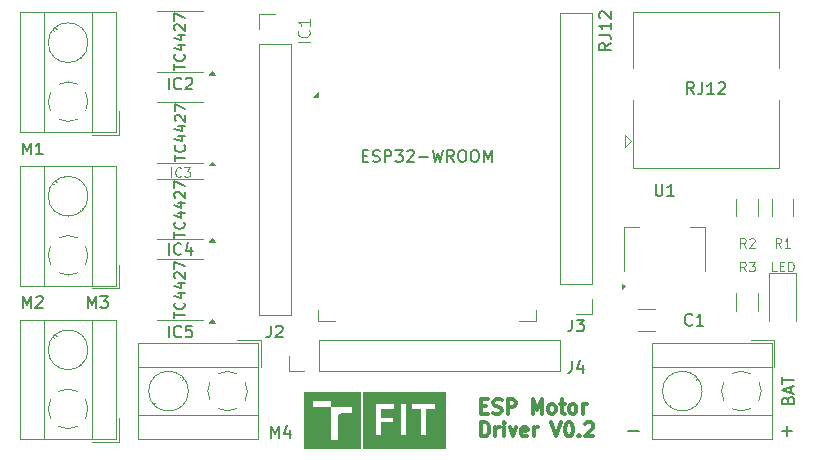
<source format=gbr>
%TF.GenerationSoftware,KiCad,Pcbnew,8.0.1*%
%TF.CreationDate,2024-04-27T05:15:47+02:00*%
%TF.ProjectId,driver_v2,64726976-6572-45f7-9632-2e6b69636164,rev?*%
%TF.SameCoordinates,Original*%
%TF.FileFunction,Legend,Top*%
%TF.FilePolarity,Positive*%
%FSLAX46Y46*%
G04 Gerber Fmt 4.6, Leading zero omitted, Abs format (unit mm)*
G04 Created by KiCad (PCBNEW 8.0.1) date 2024-04-27 05:15:47*
%MOMM*%
%LPD*%
G01*
G04 APERTURE LIST*
%ADD10C,0.300000*%
%ADD11C,0.200000*%
%ADD12C,0.150000*%
%ADD13C,0.100000*%
%ADD14C,0.120000*%
%ADD15C,0.130000*%
%ADD16C,0.000000*%
G04 APERTURE END LIST*
D10*
X145483082Y-92777038D02*
X145883082Y-92777038D01*
X146054510Y-93405609D02*
X145483082Y-93405609D01*
X145483082Y-93405609D02*
X145483082Y-92205609D01*
X145483082Y-92205609D02*
X146054510Y-92205609D01*
X146511653Y-93348467D02*
X146683082Y-93405609D01*
X146683082Y-93405609D02*
X146968796Y-93405609D01*
X146968796Y-93405609D02*
X147083082Y-93348467D01*
X147083082Y-93348467D02*
X147140224Y-93291324D01*
X147140224Y-93291324D02*
X147197367Y-93177038D01*
X147197367Y-93177038D02*
X147197367Y-93062752D01*
X147197367Y-93062752D02*
X147140224Y-92948467D01*
X147140224Y-92948467D02*
X147083082Y-92891324D01*
X147083082Y-92891324D02*
X146968796Y-92834181D01*
X146968796Y-92834181D02*
X146740224Y-92777038D01*
X146740224Y-92777038D02*
X146625939Y-92719895D01*
X146625939Y-92719895D02*
X146568796Y-92662752D01*
X146568796Y-92662752D02*
X146511653Y-92548467D01*
X146511653Y-92548467D02*
X146511653Y-92434181D01*
X146511653Y-92434181D02*
X146568796Y-92319895D01*
X146568796Y-92319895D02*
X146625939Y-92262752D01*
X146625939Y-92262752D02*
X146740224Y-92205609D01*
X146740224Y-92205609D02*
X147025939Y-92205609D01*
X147025939Y-92205609D02*
X147197367Y-92262752D01*
X147711653Y-93405609D02*
X147711653Y-92205609D01*
X147711653Y-92205609D02*
X148168796Y-92205609D01*
X148168796Y-92205609D02*
X148283081Y-92262752D01*
X148283081Y-92262752D02*
X148340224Y-92319895D01*
X148340224Y-92319895D02*
X148397367Y-92434181D01*
X148397367Y-92434181D02*
X148397367Y-92605609D01*
X148397367Y-92605609D02*
X148340224Y-92719895D01*
X148340224Y-92719895D02*
X148283081Y-92777038D01*
X148283081Y-92777038D02*
X148168796Y-92834181D01*
X148168796Y-92834181D02*
X147711653Y-92834181D01*
X149825939Y-93405609D02*
X149825939Y-92205609D01*
X149825939Y-92205609D02*
X150225939Y-93062752D01*
X150225939Y-93062752D02*
X150625939Y-92205609D01*
X150625939Y-92205609D02*
X150625939Y-93405609D01*
X151368796Y-93405609D02*
X151254511Y-93348467D01*
X151254511Y-93348467D02*
X151197368Y-93291324D01*
X151197368Y-93291324D02*
X151140225Y-93177038D01*
X151140225Y-93177038D02*
X151140225Y-92834181D01*
X151140225Y-92834181D02*
X151197368Y-92719895D01*
X151197368Y-92719895D02*
X151254511Y-92662752D01*
X151254511Y-92662752D02*
X151368796Y-92605609D01*
X151368796Y-92605609D02*
X151540225Y-92605609D01*
X151540225Y-92605609D02*
X151654511Y-92662752D01*
X151654511Y-92662752D02*
X151711654Y-92719895D01*
X151711654Y-92719895D02*
X151768796Y-92834181D01*
X151768796Y-92834181D02*
X151768796Y-93177038D01*
X151768796Y-93177038D02*
X151711654Y-93291324D01*
X151711654Y-93291324D02*
X151654511Y-93348467D01*
X151654511Y-93348467D02*
X151540225Y-93405609D01*
X151540225Y-93405609D02*
X151368796Y-93405609D01*
X152111653Y-92605609D02*
X152568796Y-92605609D01*
X152283082Y-92205609D02*
X152283082Y-93234181D01*
X152283082Y-93234181D02*
X152340225Y-93348467D01*
X152340225Y-93348467D02*
X152454510Y-93405609D01*
X152454510Y-93405609D02*
X152568796Y-93405609D01*
X153140224Y-93405609D02*
X153025939Y-93348467D01*
X153025939Y-93348467D02*
X152968796Y-93291324D01*
X152968796Y-93291324D02*
X152911653Y-93177038D01*
X152911653Y-93177038D02*
X152911653Y-92834181D01*
X152911653Y-92834181D02*
X152968796Y-92719895D01*
X152968796Y-92719895D02*
X153025939Y-92662752D01*
X153025939Y-92662752D02*
X153140224Y-92605609D01*
X153140224Y-92605609D02*
X153311653Y-92605609D01*
X153311653Y-92605609D02*
X153425939Y-92662752D01*
X153425939Y-92662752D02*
X153483082Y-92719895D01*
X153483082Y-92719895D02*
X153540224Y-92834181D01*
X153540224Y-92834181D02*
X153540224Y-93177038D01*
X153540224Y-93177038D02*
X153483082Y-93291324D01*
X153483082Y-93291324D02*
X153425939Y-93348467D01*
X153425939Y-93348467D02*
X153311653Y-93405609D01*
X153311653Y-93405609D02*
X153140224Y-93405609D01*
X154054510Y-93405609D02*
X154054510Y-92605609D01*
X154054510Y-92834181D02*
X154111653Y-92719895D01*
X154111653Y-92719895D02*
X154168796Y-92662752D01*
X154168796Y-92662752D02*
X154283081Y-92605609D01*
X154283081Y-92605609D02*
X154397367Y-92605609D01*
X145483082Y-95337542D02*
X145483082Y-94137542D01*
X145483082Y-94137542D02*
X145768796Y-94137542D01*
X145768796Y-94137542D02*
X145940225Y-94194685D01*
X145940225Y-94194685D02*
X146054510Y-94308971D01*
X146054510Y-94308971D02*
X146111653Y-94423257D01*
X146111653Y-94423257D02*
X146168796Y-94651828D01*
X146168796Y-94651828D02*
X146168796Y-94823257D01*
X146168796Y-94823257D02*
X146111653Y-95051828D01*
X146111653Y-95051828D02*
X146054510Y-95166114D01*
X146054510Y-95166114D02*
X145940225Y-95280400D01*
X145940225Y-95280400D02*
X145768796Y-95337542D01*
X145768796Y-95337542D02*
X145483082Y-95337542D01*
X146683082Y-95337542D02*
X146683082Y-94537542D01*
X146683082Y-94766114D02*
X146740225Y-94651828D01*
X146740225Y-94651828D02*
X146797368Y-94594685D01*
X146797368Y-94594685D02*
X146911653Y-94537542D01*
X146911653Y-94537542D02*
X147025939Y-94537542D01*
X147425939Y-95337542D02*
X147425939Y-94537542D01*
X147425939Y-94137542D02*
X147368796Y-94194685D01*
X147368796Y-94194685D02*
X147425939Y-94251828D01*
X147425939Y-94251828D02*
X147483082Y-94194685D01*
X147483082Y-94194685D02*
X147425939Y-94137542D01*
X147425939Y-94137542D02*
X147425939Y-94251828D01*
X147883082Y-94537542D02*
X148168796Y-95337542D01*
X148168796Y-95337542D02*
X148454511Y-94537542D01*
X149368797Y-95280400D02*
X149254511Y-95337542D01*
X149254511Y-95337542D02*
X149025940Y-95337542D01*
X149025940Y-95337542D02*
X148911654Y-95280400D01*
X148911654Y-95280400D02*
X148854511Y-95166114D01*
X148854511Y-95166114D02*
X148854511Y-94708971D01*
X148854511Y-94708971D02*
X148911654Y-94594685D01*
X148911654Y-94594685D02*
X149025940Y-94537542D01*
X149025940Y-94537542D02*
X149254511Y-94537542D01*
X149254511Y-94537542D02*
X149368797Y-94594685D01*
X149368797Y-94594685D02*
X149425940Y-94708971D01*
X149425940Y-94708971D02*
X149425940Y-94823257D01*
X149425940Y-94823257D02*
X148854511Y-94937542D01*
X149940225Y-95337542D02*
X149940225Y-94537542D01*
X149940225Y-94766114D02*
X149997368Y-94651828D01*
X149997368Y-94651828D02*
X150054511Y-94594685D01*
X150054511Y-94594685D02*
X150168796Y-94537542D01*
X150168796Y-94537542D02*
X150283082Y-94537542D01*
X151425939Y-94137542D02*
X151825939Y-95337542D01*
X151825939Y-95337542D02*
X152225939Y-94137542D01*
X152854510Y-94137542D02*
X152968796Y-94137542D01*
X152968796Y-94137542D02*
X153083082Y-94194685D01*
X153083082Y-94194685D02*
X153140225Y-94251828D01*
X153140225Y-94251828D02*
X153197367Y-94366114D01*
X153197367Y-94366114D02*
X153254510Y-94594685D01*
X153254510Y-94594685D02*
X153254510Y-94880400D01*
X153254510Y-94880400D02*
X153197367Y-95108971D01*
X153197367Y-95108971D02*
X153140225Y-95223257D01*
X153140225Y-95223257D02*
X153083082Y-95280400D01*
X153083082Y-95280400D02*
X152968796Y-95337542D01*
X152968796Y-95337542D02*
X152854510Y-95337542D01*
X152854510Y-95337542D02*
X152740225Y-95280400D01*
X152740225Y-95280400D02*
X152683082Y-95223257D01*
X152683082Y-95223257D02*
X152625939Y-95108971D01*
X152625939Y-95108971D02*
X152568796Y-94880400D01*
X152568796Y-94880400D02*
X152568796Y-94594685D01*
X152568796Y-94594685D02*
X152625939Y-94366114D01*
X152625939Y-94366114D02*
X152683082Y-94251828D01*
X152683082Y-94251828D02*
X152740225Y-94194685D01*
X152740225Y-94194685D02*
X152854510Y-94137542D01*
X153768796Y-95223257D02*
X153825939Y-95280400D01*
X153825939Y-95280400D02*
X153768796Y-95337542D01*
X153768796Y-95337542D02*
X153711653Y-95280400D01*
X153711653Y-95280400D02*
X153768796Y-95223257D01*
X153768796Y-95223257D02*
X153768796Y-95337542D01*
X154283082Y-94251828D02*
X154340225Y-94194685D01*
X154340225Y-94194685D02*
X154454511Y-94137542D01*
X154454511Y-94137542D02*
X154740225Y-94137542D01*
X154740225Y-94137542D02*
X154854511Y-94194685D01*
X154854511Y-94194685D02*
X154911653Y-94251828D01*
X154911653Y-94251828D02*
X154968796Y-94366114D01*
X154968796Y-94366114D02*
X154968796Y-94480400D01*
X154968796Y-94480400D02*
X154911653Y-94651828D01*
X154911653Y-94651828D02*
X154225939Y-95337542D01*
X154225939Y-95337542D02*
X154968796Y-95337542D01*
D11*
X157917292Y-94885600D02*
X158831578Y-94885600D01*
X170917292Y-94885600D02*
X171831578Y-94885600D01*
X171374435Y-95342742D02*
X171374435Y-94428457D01*
D12*
X171431009Y-92238095D02*
X171478628Y-92095238D01*
X171478628Y-92095238D02*
X171526247Y-92047619D01*
X171526247Y-92047619D02*
X171621485Y-92000000D01*
X171621485Y-92000000D02*
X171764342Y-92000000D01*
X171764342Y-92000000D02*
X171859580Y-92047619D01*
X171859580Y-92047619D02*
X171907200Y-92095238D01*
X171907200Y-92095238D02*
X171954819Y-92190476D01*
X171954819Y-92190476D02*
X171954819Y-92571428D01*
X171954819Y-92571428D02*
X170954819Y-92571428D01*
X170954819Y-92571428D02*
X170954819Y-92238095D01*
X170954819Y-92238095D02*
X171002438Y-92142857D01*
X171002438Y-92142857D02*
X171050057Y-92095238D01*
X171050057Y-92095238D02*
X171145295Y-92047619D01*
X171145295Y-92047619D02*
X171240533Y-92047619D01*
X171240533Y-92047619D02*
X171335771Y-92095238D01*
X171335771Y-92095238D02*
X171383390Y-92142857D01*
X171383390Y-92142857D02*
X171431009Y-92238095D01*
X171431009Y-92238095D02*
X171431009Y-92571428D01*
X171669104Y-91619047D02*
X171669104Y-91142857D01*
X171954819Y-91714285D02*
X170954819Y-91380952D01*
X170954819Y-91380952D02*
X171954819Y-91047619D01*
X170954819Y-90857142D02*
X170954819Y-90285714D01*
X171954819Y-90571428D02*
X170954819Y-90571428D01*
X106690476Y-84454819D02*
X106690476Y-83454819D01*
X106690476Y-83454819D02*
X107023809Y-84169104D01*
X107023809Y-84169104D02*
X107357142Y-83454819D01*
X107357142Y-83454819D02*
X107357142Y-84454819D01*
X107785714Y-83550057D02*
X107833333Y-83502438D01*
X107833333Y-83502438D02*
X107928571Y-83454819D01*
X107928571Y-83454819D02*
X108166666Y-83454819D01*
X108166666Y-83454819D02*
X108261904Y-83502438D01*
X108261904Y-83502438D02*
X108309523Y-83550057D01*
X108309523Y-83550057D02*
X108357142Y-83645295D01*
X108357142Y-83645295D02*
X108357142Y-83740533D01*
X108357142Y-83740533D02*
X108309523Y-83883390D01*
X108309523Y-83883390D02*
X107738095Y-84454819D01*
X107738095Y-84454819D02*
X108357142Y-84454819D01*
X106690476Y-71454819D02*
X106690476Y-70454819D01*
X106690476Y-70454819D02*
X107023809Y-71169104D01*
X107023809Y-71169104D02*
X107357142Y-70454819D01*
X107357142Y-70454819D02*
X107357142Y-71454819D01*
X108357142Y-71454819D02*
X107785714Y-71454819D01*
X108071428Y-71454819D02*
X108071428Y-70454819D01*
X108071428Y-70454819D02*
X107976190Y-70597676D01*
X107976190Y-70597676D02*
X107880952Y-70692914D01*
X107880952Y-70692914D02*
X107785714Y-70740533D01*
X156454819Y-62023809D02*
X155978628Y-62357142D01*
X156454819Y-62595237D02*
X155454819Y-62595237D01*
X155454819Y-62595237D02*
X155454819Y-62214285D01*
X155454819Y-62214285D02*
X155502438Y-62119047D01*
X155502438Y-62119047D02*
X155550057Y-62071428D01*
X155550057Y-62071428D02*
X155645295Y-62023809D01*
X155645295Y-62023809D02*
X155788152Y-62023809D01*
X155788152Y-62023809D02*
X155883390Y-62071428D01*
X155883390Y-62071428D02*
X155931009Y-62119047D01*
X155931009Y-62119047D02*
X155978628Y-62214285D01*
X155978628Y-62214285D02*
X155978628Y-62595237D01*
X155454819Y-61309523D02*
X156169104Y-61309523D01*
X156169104Y-61309523D02*
X156311961Y-61357142D01*
X156311961Y-61357142D02*
X156407200Y-61452380D01*
X156407200Y-61452380D02*
X156454819Y-61595237D01*
X156454819Y-61595237D02*
X156454819Y-61690475D01*
X156454819Y-60309523D02*
X156454819Y-60880951D01*
X156454819Y-60595237D02*
X155454819Y-60595237D01*
X155454819Y-60595237D02*
X155597676Y-60690475D01*
X155597676Y-60690475D02*
X155692914Y-60785713D01*
X155692914Y-60785713D02*
X155740533Y-60880951D01*
X155550057Y-59928570D02*
X155502438Y-59880951D01*
X155502438Y-59880951D02*
X155454819Y-59785713D01*
X155454819Y-59785713D02*
X155454819Y-59547618D01*
X155454819Y-59547618D02*
X155502438Y-59452380D01*
X155502438Y-59452380D02*
X155550057Y-59404761D01*
X155550057Y-59404761D02*
X155645295Y-59357142D01*
X155645295Y-59357142D02*
X155740533Y-59357142D01*
X155740533Y-59357142D02*
X155883390Y-59404761D01*
X155883390Y-59404761D02*
X156454819Y-59976189D01*
X156454819Y-59976189D02*
X156454819Y-59357142D01*
X163476190Y-66349819D02*
X163142857Y-65873628D01*
X162904762Y-66349819D02*
X162904762Y-65349819D01*
X162904762Y-65349819D02*
X163285714Y-65349819D01*
X163285714Y-65349819D02*
X163380952Y-65397438D01*
X163380952Y-65397438D02*
X163428571Y-65445057D01*
X163428571Y-65445057D02*
X163476190Y-65540295D01*
X163476190Y-65540295D02*
X163476190Y-65683152D01*
X163476190Y-65683152D02*
X163428571Y-65778390D01*
X163428571Y-65778390D02*
X163380952Y-65826009D01*
X163380952Y-65826009D02*
X163285714Y-65873628D01*
X163285714Y-65873628D02*
X162904762Y-65873628D01*
X164190476Y-65349819D02*
X164190476Y-66064104D01*
X164190476Y-66064104D02*
X164142857Y-66206961D01*
X164142857Y-66206961D02*
X164047619Y-66302200D01*
X164047619Y-66302200D02*
X163904762Y-66349819D01*
X163904762Y-66349819D02*
X163809524Y-66349819D01*
X165190476Y-66349819D02*
X164619048Y-66349819D01*
X164904762Y-66349819D02*
X164904762Y-65349819D01*
X164904762Y-65349819D02*
X164809524Y-65492676D01*
X164809524Y-65492676D02*
X164714286Y-65587914D01*
X164714286Y-65587914D02*
X164619048Y-65635533D01*
X165571429Y-65445057D02*
X165619048Y-65397438D01*
X165619048Y-65397438D02*
X165714286Y-65349819D01*
X165714286Y-65349819D02*
X165952381Y-65349819D01*
X165952381Y-65349819D02*
X166047619Y-65397438D01*
X166047619Y-65397438D02*
X166095238Y-65445057D01*
X166095238Y-65445057D02*
X166142857Y-65540295D01*
X166142857Y-65540295D02*
X166142857Y-65635533D01*
X166142857Y-65635533D02*
X166095238Y-65778390D01*
X166095238Y-65778390D02*
X165523810Y-66349819D01*
X165523810Y-66349819D02*
X166142857Y-66349819D01*
D13*
X130957419Y-61976189D02*
X129957419Y-61976189D01*
X130862180Y-60928571D02*
X130909800Y-60976190D01*
X130909800Y-60976190D02*
X130957419Y-61119047D01*
X130957419Y-61119047D02*
X130957419Y-61214285D01*
X130957419Y-61214285D02*
X130909800Y-61357142D01*
X130909800Y-61357142D02*
X130814561Y-61452380D01*
X130814561Y-61452380D02*
X130719323Y-61499999D01*
X130719323Y-61499999D02*
X130528847Y-61547618D01*
X130528847Y-61547618D02*
X130385990Y-61547618D01*
X130385990Y-61547618D02*
X130195514Y-61499999D01*
X130195514Y-61499999D02*
X130100276Y-61452380D01*
X130100276Y-61452380D02*
X130005038Y-61357142D01*
X130005038Y-61357142D02*
X129957419Y-61214285D01*
X129957419Y-61214285D02*
X129957419Y-61119047D01*
X129957419Y-61119047D02*
X130005038Y-60976190D01*
X130005038Y-60976190D02*
X130052657Y-60928571D01*
X130957419Y-59976190D02*
X130957419Y-60547618D01*
X130957419Y-60261904D02*
X129957419Y-60261904D01*
X129957419Y-60261904D02*
X130100276Y-60357142D01*
X130100276Y-60357142D02*
X130195514Y-60452380D01*
X130195514Y-60452380D02*
X130243133Y-60547618D01*
D12*
X135447619Y-71571009D02*
X135780952Y-71571009D01*
X135923809Y-72094819D02*
X135447619Y-72094819D01*
X135447619Y-72094819D02*
X135447619Y-71094819D01*
X135447619Y-71094819D02*
X135923809Y-71094819D01*
X136304762Y-72047200D02*
X136447619Y-72094819D01*
X136447619Y-72094819D02*
X136685714Y-72094819D01*
X136685714Y-72094819D02*
X136780952Y-72047200D01*
X136780952Y-72047200D02*
X136828571Y-71999580D01*
X136828571Y-71999580D02*
X136876190Y-71904342D01*
X136876190Y-71904342D02*
X136876190Y-71809104D01*
X136876190Y-71809104D02*
X136828571Y-71713866D01*
X136828571Y-71713866D02*
X136780952Y-71666247D01*
X136780952Y-71666247D02*
X136685714Y-71618628D01*
X136685714Y-71618628D02*
X136495238Y-71571009D01*
X136495238Y-71571009D02*
X136400000Y-71523390D01*
X136400000Y-71523390D02*
X136352381Y-71475771D01*
X136352381Y-71475771D02*
X136304762Y-71380533D01*
X136304762Y-71380533D02*
X136304762Y-71285295D01*
X136304762Y-71285295D02*
X136352381Y-71190057D01*
X136352381Y-71190057D02*
X136400000Y-71142438D01*
X136400000Y-71142438D02*
X136495238Y-71094819D01*
X136495238Y-71094819D02*
X136733333Y-71094819D01*
X136733333Y-71094819D02*
X136876190Y-71142438D01*
X137304762Y-72094819D02*
X137304762Y-71094819D01*
X137304762Y-71094819D02*
X137685714Y-71094819D01*
X137685714Y-71094819D02*
X137780952Y-71142438D01*
X137780952Y-71142438D02*
X137828571Y-71190057D01*
X137828571Y-71190057D02*
X137876190Y-71285295D01*
X137876190Y-71285295D02*
X137876190Y-71428152D01*
X137876190Y-71428152D02*
X137828571Y-71523390D01*
X137828571Y-71523390D02*
X137780952Y-71571009D01*
X137780952Y-71571009D02*
X137685714Y-71618628D01*
X137685714Y-71618628D02*
X137304762Y-71618628D01*
X138209524Y-71094819D02*
X138828571Y-71094819D01*
X138828571Y-71094819D02*
X138495238Y-71475771D01*
X138495238Y-71475771D02*
X138638095Y-71475771D01*
X138638095Y-71475771D02*
X138733333Y-71523390D01*
X138733333Y-71523390D02*
X138780952Y-71571009D01*
X138780952Y-71571009D02*
X138828571Y-71666247D01*
X138828571Y-71666247D02*
X138828571Y-71904342D01*
X138828571Y-71904342D02*
X138780952Y-71999580D01*
X138780952Y-71999580D02*
X138733333Y-72047200D01*
X138733333Y-72047200D02*
X138638095Y-72094819D01*
X138638095Y-72094819D02*
X138352381Y-72094819D01*
X138352381Y-72094819D02*
X138257143Y-72047200D01*
X138257143Y-72047200D02*
X138209524Y-71999580D01*
X139209524Y-71190057D02*
X139257143Y-71142438D01*
X139257143Y-71142438D02*
X139352381Y-71094819D01*
X139352381Y-71094819D02*
X139590476Y-71094819D01*
X139590476Y-71094819D02*
X139685714Y-71142438D01*
X139685714Y-71142438D02*
X139733333Y-71190057D01*
X139733333Y-71190057D02*
X139780952Y-71285295D01*
X139780952Y-71285295D02*
X139780952Y-71380533D01*
X139780952Y-71380533D02*
X139733333Y-71523390D01*
X139733333Y-71523390D02*
X139161905Y-72094819D01*
X139161905Y-72094819D02*
X139780952Y-72094819D01*
X140209524Y-71713866D02*
X140971429Y-71713866D01*
X141352381Y-71094819D02*
X141590476Y-72094819D01*
X141590476Y-72094819D02*
X141780952Y-71380533D01*
X141780952Y-71380533D02*
X141971428Y-72094819D01*
X141971428Y-72094819D02*
X142209524Y-71094819D01*
X143161904Y-72094819D02*
X142828571Y-71618628D01*
X142590476Y-72094819D02*
X142590476Y-71094819D01*
X142590476Y-71094819D02*
X142971428Y-71094819D01*
X142971428Y-71094819D02*
X143066666Y-71142438D01*
X143066666Y-71142438D02*
X143114285Y-71190057D01*
X143114285Y-71190057D02*
X143161904Y-71285295D01*
X143161904Y-71285295D02*
X143161904Y-71428152D01*
X143161904Y-71428152D02*
X143114285Y-71523390D01*
X143114285Y-71523390D02*
X143066666Y-71571009D01*
X143066666Y-71571009D02*
X142971428Y-71618628D01*
X142971428Y-71618628D02*
X142590476Y-71618628D01*
X143780952Y-71094819D02*
X143971428Y-71094819D01*
X143971428Y-71094819D02*
X144066666Y-71142438D01*
X144066666Y-71142438D02*
X144161904Y-71237676D01*
X144161904Y-71237676D02*
X144209523Y-71428152D01*
X144209523Y-71428152D02*
X144209523Y-71761485D01*
X144209523Y-71761485D02*
X144161904Y-71951961D01*
X144161904Y-71951961D02*
X144066666Y-72047200D01*
X144066666Y-72047200D02*
X143971428Y-72094819D01*
X143971428Y-72094819D02*
X143780952Y-72094819D01*
X143780952Y-72094819D02*
X143685714Y-72047200D01*
X143685714Y-72047200D02*
X143590476Y-71951961D01*
X143590476Y-71951961D02*
X143542857Y-71761485D01*
X143542857Y-71761485D02*
X143542857Y-71428152D01*
X143542857Y-71428152D02*
X143590476Y-71237676D01*
X143590476Y-71237676D02*
X143685714Y-71142438D01*
X143685714Y-71142438D02*
X143780952Y-71094819D01*
X144828571Y-71094819D02*
X145019047Y-71094819D01*
X145019047Y-71094819D02*
X145114285Y-71142438D01*
X145114285Y-71142438D02*
X145209523Y-71237676D01*
X145209523Y-71237676D02*
X145257142Y-71428152D01*
X145257142Y-71428152D02*
X145257142Y-71761485D01*
X145257142Y-71761485D02*
X145209523Y-71951961D01*
X145209523Y-71951961D02*
X145114285Y-72047200D01*
X145114285Y-72047200D02*
X145019047Y-72094819D01*
X145019047Y-72094819D02*
X144828571Y-72094819D01*
X144828571Y-72094819D02*
X144733333Y-72047200D01*
X144733333Y-72047200D02*
X144638095Y-71951961D01*
X144638095Y-71951961D02*
X144590476Y-71761485D01*
X144590476Y-71761485D02*
X144590476Y-71428152D01*
X144590476Y-71428152D02*
X144638095Y-71237676D01*
X144638095Y-71237676D02*
X144733333Y-71142438D01*
X144733333Y-71142438D02*
X144828571Y-71094819D01*
X145685714Y-72094819D02*
X145685714Y-71094819D01*
X145685714Y-71094819D02*
X146019047Y-71809104D01*
X146019047Y-71809104D02*
X146352380Y-71094819D01*
X146352380Y-71094819D02*
X146352380Y-72094819D01*
X127690476Y-95454819D02*
X127690476Y-94454819D01*
X127690476Y-94454819D02*
X128023809Y-95169104D01*
X128023809Y-95169104D02*
X128357142Y-94454819D01*
X128357142Y-94454819D02*
X128357142Y-95454819D01*
X129261904Y-94788152D02*
X129261904Y-95454819D01*
X129023809Y-94407200D02*
X128785714Y-95121485D01*
X128785714Y-95121485D02*
X129404761Y-95121485D01*
X112190476Y-84454819D02*
X112190476Y-83454819D01*
X112190476Y-83454819D02*
X112523809Y-84169104D01*
X112523809Y-84169104D02*
X112857142Y-83454819D01*
X112857142Y-83454819D02*
X112857142Y-84454819D01*
X113238095Y-83454819D02*
X113857142Y-83454819D01*
X113857142Y-83454819D02*
X113523809Y-83835771D01*
X113523809Y-83835771D02*
X113666666Y-83835771D01*
X113666666Y-83835771D02*
X113761904Y-83883390D01*
X113761904Y-83883390D02*
X113809523Y-83931009D01*
X113809523Y-83931009D02*
X113857142Y-84026247D01*
X113857142Y-84026247D02*
X113857142Y-84264342D01*
X113857142Y-84264342D02*
X113809523Y-84359580D01*
X113809523Y-84359580D02*
X113761904Y-84407200D01*
X113761904Y-84407200D02*
X113666666Y-84454819D01*
X113666666Y-84454819D02*
X113380952Y-84454819D01*
X113380952Y-84454819D02*
X113285714Y-84407200D01*
X113285714Y-84407200D02*
X113238095Y-84359580D01*
X153166666Y-88954819D02*
X153166666Y-89669104D01*
X153166666Y-89669104D02*
X153119047Y-89811961D01*
X153119047Y-89811961D02*
X153023809Y-89907200D01*
X153023809Y-89907200D02*
X152880952Y-89954819D01*
X152880952Y-89954819D02*
X152785714Y-89954819D01*
X154071428Y-89288152D02*
X154071428Y-89954819D01*
X153833333Y-88907200D02*
X153595238Y-89621485D01*
X153595238Y-89621485D02*
X154214285Y-89621485D01*
X153166666Y-85444819D02*
X153166666Y-86159104D01*
X153166666Y-86159104D02*
X153119047Y-86301961D01*
X153119047Y-86301961D02*
X153023809Y-86397200D01*
X153023809Y-86397200D02*
X152880952Y-86444819D01*
X152880952Y-86444819D02*
X152785714Y-86444819D01*
X153547619Y-85444819D02*
X154166666Y-85444819D01*
X154166666Y-85444819D02*
X153833333Y-85825771D01*
X153833333Y-85825771D02*
X153976190Y-85825771D01*
X153976190Y-85825771D02*
X154071428Y-85873390D01*
X154071428Y-85873390D02*
X154119047Y-85921009D01*
X154119047Y-85921009D02*
X154166666Y-86016247D01*
X154166666Y-86016247D02*
X154166666Y-86254342D01*
X154166666Y-86254342D02*
X154119047Y-86349580D01*
X154119047Y-86349580D02*
X154071428Y-86397200D01*
X154071428Y-86397200D02*
X153976190Y-86444819D01*
X153976190Y-86444819D02*
X153690476Y-86444819D01*
X153690476Y-86444819D02*
X153595238Y-86397200D01*
X153595238Y-86397200D02*
X153547619Y-86349580D01*
X127666666Y-85954819D02*
X127666666Y-86669104D01*
X127666666Y-86669104D02*
X127619047Y-86811961D01*
X127619047Y-86811961D02*
X127523809Y-86907200D01*
X127523809Y-86907200D02*
X127380952Y-86954819D01*
X127380952Y-86954819D02*
X127285714Y-86954819D01*
X128095238Y-86050057D02*
X128142857Y-86002438D01*
X128142857Y-86002438D02*
X128238095Y-85954819D01*
X128238095Y-85954819D02*
X128476190Y-85954819D01*
X128476190Y-85954819D02*
X128571428Y-86002438D01*
X128571428Y-86002438D02*
X128619047Y-86050057D01*
X128619047Y-86050057D02*
X128666666Y-86145295D01*
X128666666Y-86145295D02*
X128666666Y-86240533D01*
X128666666Y-86240533D02*
X128619047Y-86383390D01*
X128619047Y-86383390D02*
X128047619Y-86954819D01*
X128047619Y-86954819D02*
X128666666Y-86954819D01*
D14*
X167866667Y-81363855D02*
X167600000Y-80982902D01*
X167409524Y-81363855D02*
X167409524Y-80563855D01*
X167409524Y-80563855D02*
X167714286Y-80563855D01*
X167714286Y-80563855D02*
X167790476Y-80601950D01*
X167790476Y-80601950D02*
X167828571Y-80640045D01*
X167828571Y-80640045D02*
X167866667Y-80716236D01*
X167866667Y-80716236D02*
X167866667Y-80830521D01*
X167866667Y-80830521D02*
X167828571Y-80906712D01*
X167828571Y-80906712D02*
X167790476Y-80944807D01*
X167790476Y-80944807D02*
X167714286Y-80982902D01*
X167714286Y-80982902D02*
X167409524Y-80982902D01*
X168133333Y-80563855D02*
X168628571Y-80563855D01*
X168628571Y-80563855D02*
X168361905Y-80868617D01*
X168361905Y-80868617D02*
X168476190Y-80868617D01*
X168476190Y-80868617D02*
X168552381Y-80906712D01*
X168552381Y-80906712D02*
X168590476Y-80944807D01*
X168590476Y-80944807D02*
X168628571Y-81020998D01*
X168628571Y-81020998D02*
X168628571Y-81211474D01*
X168628571Y-81211474D02*
X168590476Y-81287664D01*
X168590476Y-81287664D02*
X168552381Y-81325760D01*
X168552381Y-81325760D02*
X168476190Y-81363855D01*
X168476190Y-81363855D02*
X168247619Y-81363855D01*
X168247619Y-81363855D02*
X168171428Y-81325760D01*
X168171428Y-81325760D02*
X168133333Y-81287664D01*
X170485714Y-81363855D02*
X170104762Y-81363855D01*
X170104762Y-81363855D02*
X170104762Y-80563855D01*
X170752381Y-80944807D02*
X171019047Y-80944807D01*
X171133333Y-81363855D02*
X170752381Y-81363855D01*
X170752381Y-81363855D02*
X170752381Y-80563855D01*
X170752381Y-80563855D02*
X171133333Y-80563855D01*
X171476191Y-81363855D02*
X171476191Y-80563855D01*
X171476191Y-80563855D02*
X171666667Y-80563855D01*
X171666667Y-80563855D02*
X171780953Y-80601950D01*
X171780953Y-80601950D02*
X171857143Y-80678140D01*
X171857143Y-80678140D02*
X171895238Y-80754331D01*
X171895238Y-80754331D02*
X171933334Y-80906712D01*
X171933334Y-80906712D02*
X171933334Y-81020998D01*
X171933334Y-81020998D02*
X171895238Y-81173379D01*
X171895238Y-81173379D02*
X171857143Y-81249569D01*
X171857143Y-81249569D02*
X171780953Y-81325760D01*
X171780953Y-81325760D02*
X171666667Y-81363855D01*
X171666667Y-81363855D02*
X171476191Y-81363855D01*
D12*
X160238095Y-73954819D02*
X160238095Y-74764342D01*
X160238095Y-74764342D02*
X160285714Y-74859580D01*
X160285714Y-74859580D02*
X160333333Y-74907200D01*
X160333333Y-74907200D02*
X160428571Y-74954819D01*
X160428571Y-74954819D02*
X160619047Y-74954819D01*
X160619047Y-74954819D02*
X160714285Y-74907200D01*
X160714285Y-74907200D02*
X160761904Y-74859580D01*
X160761904Y-74859580D02*
X160809523Y-74764342D01*
X160809523Y-74764342D02*
X160809523Y-73954819D01*
X161809523Y-74954819D02*
X161238095Y-74954819D01*
X161523809Y-74954819D02*
X161523809Y-73954819D01*
X161523809Y-73954819D02*
X161428571Y-74097676D01*
X161428571Y-74097676D02*
X161333333Y-74192914D01*
X161333333Y-74192914D02*
X161238095Y-74240533D01*
D14*
X167866667Y-79363855D02*
X167600000Y-78982902D01*
X167409524Y-79363855D02*
X167409524Y-78563855D01*
X167409524Y-78563855D02*
X167714286Y-78563855D01*
X167714286Y-78563855D02*
X167790476Y-78601950D01*
X167790476Y-78601950D02*
X167828571Y-78640045D01*
X167828571Y-78640045D02*
X167866667Y-78716236D01*
X167866667Y-78716236D02*
X167866667Y-78830521D01*
X167866667Y-78830521D02*
X167828571Y-78906712D01*
X167828571Y-78906712D02*
X167790476Y-78944807D01*
X167790476Y-78944807D02*
X167714286Y-78982902D01*
X167714286Y-78982902D02*
X167409524Y-78982902D01*
X168171428Y-78640045D02*
X168209524Y-78601950D01*
X168209524Y-78601950D02*
X168285714Y-78563855D01*
X168285714Y-78563855D02*
X168476190Y-78563855D01*
X168476190Y-78563855D02*
X168552381Y-78601950D01*
X168552381Y-78601950D02*
X168590476Y-78640045D01*
X168590476Y-78640045D02*
X168628571Y-78716236D01*
X168628571Y-78716236D02*
X168628571Y-78792426D01*
X168628571Y-78792426D02*
X168590476Y-78906712D01*
X168590476Y-78906712D02*
X168133333Y-79363855D01*
X168133333Y-79363855D02*
X168628571Y-79363855D01*
X170866667Y-79363855D02*
X170600000Y-78982902D01*
X170409524Y-79363855D02*
X170409524Y-78563855D01*
X170409524Y-78563855D02*
X170714286Y-78563855D01*
X170714286Y-78563855D02*
X170790476Y-78601950D01*
X170790476Y-78601950D02*
X170828571Y-78640045D01*
X170828571Y-78640045D02*
X170866667Y-78716236D01*
X170866667Y-78716236D02*
X170866667Y-78830521D01*
X170866667Y-78830521D02*
X170828571Y-78906712D01*
X170828571Y-78906712D02*
X170790476Y-78944807D01*
X170790476Y-78944807D02*
X170714286Y-78982902D01*
X170714286Y-78982902D02*
X170409524Y-78982902D01*
X171628571Y-79363855D02*
X171171428Y-79363855D01*
X171400000Y-79363855D02*
X171400000Y-78563855D01*
X171400000Y-78563855D02*
X171323809Y-78678140D01*
X171323809Y-78678140D02*
X171247619Y-78754331D01*
X171247619Y-78754331D02*
X171171428Y-78792426D01*
D12*
X119023810Y-86954819D02*
X119023810Y-85954819D01*
X120071428Y-86859580D02*
X120023809Y-86907200D01*
X120023809Y-86907200D02*
X119880952Y-86954819D01*
X119880952Y-86954819D02*
X119785714Y-86954819D01*
X119785714Y-86954819D02*
X119642857Y-86907200D01*
X119642857Y-86907200D02*
X119547619Y-86811961D01*
X119547619Y-86811961D02*
X119500000Y-86716723D01*
X119500000Y-86716723D02*
X119452381Y-86526247D01*
X119452381Y-86526247D02*
X119452381Y-86383390D01*
X119452381Y-86383390D02*
X119500000Y-86192914D01*
X119500000Y-86192914D02*
X119547619Y-86097676D01*
X119547619Y-86097676D02*
X119642857Y-86002438D01*
X119642857Y-86002438D02*
X119785714Y-85954819D01*
X119785714Y-85954819D02*
X119880952Y-85954819D01*
X119880952Y-85954819D02*
X120023809Y-86002438D01*
X120023809Y-86002438D02*
X120071428Y-86050057D01*
X120976190Y-85954819D02*
X120500000Y-85954819D01*
X120500000Y-85954819D02*
X120452381Y-86431009D01*
X120452381Y-86431009D02*
X120500000Y-86383390D01*
X120500000Y-86383390D02*
X120595238Y-86335771D01*
X120595238Y-86335771D02*
X120833333Y-86335771D01*
X120833333Y-86335771D02*
X120928571Y-86383390D01*
X120928571Y-86383390D02*
X120976190Y-86431009D01*
X120976190Y-86431009D02*
X121023809Y-86526247D01*
X121023809Y-86526247D02*
X121023809Y-86764342D01*
X121023809Y-86764342D02*
X120976190Y-86859580D01*
X120976190Y-86859580D02*
X120928571Y-86907200D01*
X120928571Y-86907200D02*
X120833333Y-86954819D01*
X120833333Y-86954819D02*
X120595238Y-86954819D01*
X120595238Y-86954819D02*
X120500000Y-86907200D01*
X120500000Y-86907200D02*
X120452381Y-86859580D01*
D15*
X119484597Y-85326428D02*
X119484597Y-84812143D01*
X120384597Y-85069285D02*
X119484597Y-85069285D01*
X120298882Y-83997857D02*
X120341740Y-84040714D01*
X120341740Y-84040714D02*
X120384597Y-84169286D01*
X120384597Y-84169286D02*
X120384597Y-84255000D01*
X120384597Y-84255000D02*
X120341740Y-84383571D01*
X120341740Y-84383571D02*
X120256025Y-84469286D01*
X120256025Y-84469286D02*
X120170311Y-84512143D01*
X120170311Y-84512143D02*
X119998882Y-84555000D01*
X119998882Y-84555000D02*
X119870311Y-84555000D01*
X119870311Y-84555000D02*
X119698882Y-84512143D01*
X119698882Y-84512143D02*
X119613168Y-84469286D01*
X119613168Y-84469286D02*
X119527454Y-84383571D01*
X119527454Y-84383571D02*
X119484597Y-84255000D01*
X119484597Y-84255000D02*
X119484597Y-84169286D01*
X119484597Y-84169286D02*
X119527454Y-84040714D01*
X119527454Y-84040714D02*
X119570311Y-83997857D01*
X119784597Y-83226429D02*
X120384597Y-83226429D01*
X119441740Y-83440714D02*
X120084597Y-83655000D01*
X120084597Y-83655000D02*
X120084597Y-83097857D01*
X119784597Y-82369286D02*
X120384597Y-82369286D01*
X119441740Y-82583571D02*
X120084597Y-82797857D01*
X120084597Y-82797857D02*
X120084597Y-82240714D01*
X119570311Y-81940714D02*
X119527454Y-81897857D01*
X119527454Y-81897857D02*
X119484597Y-81812143D01*
X119484597Y-81812143D02*
X119484597Y-81597857D01*
X119484597Y-81597857D02*
X119527454Y-81512143D01*
X119527454Y-81512143D02*
X119570311Y-81469285D01*
X119570311Y-81469285D02*
X119656025Y-81426428D01*
X119656025Y-81426428D02*
X119741740Y-81426428D01*
X119741740Y-81426428D02*
X119870311Y-81469285D01*
X119870311Y-81469285D02*
X120384597Y-81983571D01*
X120384597Y-81983571D02*
X120384597Y-81426428D01*
X119484597Y-81126428D02*
X119484597Y-80526428D01*
X119484597Y-80526428D02*
X120384597Y-80912142D01*
D12*
X119023810Y-79954819D02*
X119023810Y-78954819D01*
X120071428Y-79859580D02*
X120023809Y-79907200D01*
X120023809Y-79907200D02*
X119880952Y-79954819D01*
X119880952Y-79954819D02*
X119785714Y-79954819D01*
X119785714Y-79954819D02*
X119642857Y-79907200D01*
X119642857Y-79907200D02*
X119547619Y-79811961D01*
X119547619Y-79811961D02*
X119500000Y-79716723D01*
X119500000Y-79716723D02*
X119452381Y-79526247D01*
X119452381Y-79526247D02*
X119452381Y-79383390D01*
X119452381Y-79383390D02*
X119500000Y-79192914D01*
X119500000Y-79192914D02*
X119547619Y-79097676D01*
X119547619Y-79097676D02*
X119642857Y-79002438D01*
X119642857Y-79002438D02*
X119785714Y-78954819D01*
X119785714Y-78954819D02*
X119880952Y-78954819D01*
X119880952Y-78954819D02*
X120023809Y-79002438D01*
X120023809Y-79002438D02*
X120071428Y-79050057D01*
X120928571Y-79288152D02*
X120928571Y-79954819D01*
X120690476Y-78907200D02*
X120452381Y-79621485D01*
X120452381Y-79621485D02*
X121071428Y-79621485D01*
D15*
X119484597Y-78516428D02*
X119484597Y-78002143D01*
X120384597Y-78259285D02*
X119484597Y-78259285D01*
X120298882Y-77187857D02*
X120341740Y-77230714D01*
X120341740Y-77230714D02*
X120384597Y-77359286D01*
X120384597Y-77359286D02*
X120384597Y-77445000D01*
X120384597Y-77445000D02*
X120341740Y-77573571D01*
X120341740Y-77573571D02*
X120256025Y-77659286D01*
X120256025Y-77659286D02*
X120170311Y-77702143D01*
X120170311Y-77702143D02*
X119998882Y-77745000D01*
X119998882Y-77745000D02*
X119870311Y-77745000D01*
X119870311Y-77745000D02*
X119698882Y-77702143D01*
X119698882Y-77702143D02*
X119613168Y-77659286D01*
X119613168Y-77659286D02*
X119527454Y-77573571D01*
X119527454Y-77573571D02*
X119484597Y-77445000D01*
X119484597Y-77445000D02*
X119484597Y-77359286D01*
X119484597Y-77359286D02*
X119527454Y-77230714D01*
X119527454Y-77230714D02*
X119570311Y-77187857D01*
X119784597Y-76416429D02*
X120384597Y-76416429D01*
X119441740Y-76630714D02*
X120084597Y-76845000D01*
X120084597Y-76845000D02*
X120084597Y-76287857D01*
X119784597Y-75559286D02*
X120384597Y-75559286D01*
X119441740Y-75773571D02*
X120084597Y-75987857D01*
X120084597Y-75987857D02*
X120084597Y-75430714D01*
X119570311Y-75130714D02*
X119527454Y-75087857D01*
X119527454Y-75087857D02*
X119484597Y-75002143D01*
X119484597Y-75002143D02*
X119484597Y-74787857D01*
X119484597Y-74787857D02*
X119527454Y-74702143D01*
X119527454Y-74702143D02*
X119570311Y-74659285D01*
X119570311Y-74659285D02*
X119656025Y-74616428D01*
X119656025Y-74616428D02*
X119741740Y-74616428D01*
X119741740Y-74616428D02*
X119870311Y-74659285D01*
X119870311Y-74659285D02*
X120384597Y-75173571D01*
X120384597Y-75173571D02*
X120384597Y-74616428D01*
X119484597Y-74316428D02*
X119484597Y-73716428D01*
X119484597Y-73716428D02*
X120384597Y-74102142D01*
D14*
X119219048Y-73363855D02*
X119219048Y-72563855D01*
X120057143Y-73287664D02*
X120019047Y-73325760D01*
X120019047Y-73325760D02*
X119904762Y-73363855D01*
X119904762Y-73363855D02*
X119828571Y-73363855D01*
X119828571Y-73363855D02*
X119714285Y-73325760D01*
X119714285Y-73325760D02*
X119638095Y-73249569D01*
X119638095Y-73249569D02*
X119600000Y-73173379D01*
X119600000Y-73173379D02*
X119561904Y-73020998D01*
X119561904Y-73020998D02*
X119561904Y-72906712D01*
X119561904Y-72906712D02*
X119600000Y-72754331D01*
X119600000Y-72754331D02*
X119638095Y-72678140D01*
X119638095Y-72678140D02*
X119714285Y-72601950D01*
X119714285Y-72601950D02*
X119828571Y-72563855D01*
X119828571Y-72563855D02*
X119904762Y-72563855D01*
X119904762Y-72563855D02*
X120019047Y-72601950D01*
X120019047Y-72601950D02*
X120057143Y-72640045D01*
X120323809Y-72563855D02*
X120819047Y-72563855D01*
X120819047Y-72563855D02*
X120552381Y-72868617D01*
X120552381Y-72868617D02*
X120666666Y-72868617D01*
X120666666Y-72868617D02*
X120742857Y-72906712D01*
X120742857Y-72906712D02*
X120780952Y-72944807D01*
X120780952Y-72944807D02*
X120819047Y-73020998D01*
X120819047Y-73020998D02*
X120819047Y-73211474D01*
X120819047Y-73211474D02*
X120780952Y-73287664D01*
X120780952Y-73287664D02*
X120742857Y-73325760D01*
X120742857Y-73325760D02*
X120666666Y-73363855D01*
X120666666Y-73363855D02*
X120438095Y-73363855D01*
X120438095Y-73363855D02*
X120361904Y-73325760D01*
X120361904Y-73325760D02*
X120323809Y-73287664D01*
D15*
X119509597Y-72016428D02*
X119509597Y-71502143D01*
X120409597Y-71759285D02*
X119509597Y-71759285D01*
X120323882Y-70687857D02*
X120366740Y-70730714D01*
X120366740Y-70730714D02*
X120409597Y-70859286D01*
X120409597Y-70859286D02*
X120409597Y-70945000D01*
X120409597Y-70945000D02*
X120366740Y-71073571D01*
X120366740Y-71073571D02*
X120281025Y-71159286D01*
X120281025Y-71159286D02*
X120195311Y-71202143D01*
X120195311Y-71202143D02*
X120023882Y-71245000D01*
X120023882Y-71245000D02*
X119895311Y-71245000D01*
X119895311Y-71245000D02*
X119723882Y-71202143D01*
X119723882Y-71202143D02*
X119638168Y-71159286D01*
X119638168Y-71159286D02*
X119552454Y-71073571D01*
X119552454Y-71073571D02*
X119509597Y-70945000D01*
X119509597Y-70945000D02*
X119509597Y-70859286D01*
X119509597Y-70859286D02*
X119552454Y-70730714D01*
X119552454Y-70730714D02*
X119595311Y-70687857D01*
X119809597Y-69916429D02*
X120409597Y-69916429D01*
X119466740Y-70130714D02*
X120109597Y-70345000D01*
X120109597Y-70345000D02*
X120109597Y-69787857D01*
X119809597Y-69059286D02*
X120409597Y-69059286D01*
X119466740Y-69273571D02*
X120109597Y-69487857D01*
X120109597Y-69487857D02*
X120109597Y-68930714D01*
X119595311Y-68630714D02*
X119552454Y-68587857D01*
X119552454Y-68587857D02*
X119509597Y-68502143D01*
X119509597Y-68502143D02*
X119509597Y-68287857D01*
X119509597Y-68287857D02*
X119552454Y-68202143D01*
X119552454Y-68202143D02*
X119595311Y-68159285D01*
X119595311Y-68159285D02*
X119681025Y-68116428D01*
X119681025Y-68116428D02*
X119766740Y-68116428D01*
X119766740Y-68116428D02*
X119895311Y-68159285D01*
X119895311Y-68159285D02*
X120409597Y-68673571D01*
X120409597Y-68673571D02*
X120409597Y-68116428D01*
X119509597Y-67816428D02*
X119509597Y-67216428D01*
X119509597Y-67216428D02*
X120409597Y-67602142D01*
D12*
X119023810Y-65954819D02*
X119023810Y-64954819D01*
X120071428Y-65859580D02*
X120023809Y-65907200D01*
X120023809Y-65907200D02*
X119880952Y-65954819D01*
X119880952Y-65954819D02*
X119785714Y-65954819D01*
X119785714Y-65954819D02*
X119642857Y-65907200D01*
X119642857Y-65907200D02*
X119547619Y-65811961D01*
X119547619Y-65811961D02*
X119500000Y-65716723D01*
X119500000Y-65716723D02*
X119452381Y-65526247D01*
X119452381Y-65526247D02*
X119452381Y-65383390D01*
X119452381Y-65383390D02*
X119500000Y-65192914D01*
X119500000Y-65192914D02*
X119547619Y-65097676D01*
X119547619Y-65097676D02*
X119642857Y-65002438D01*
X119642857Y-65002438D02*
X119785714Y-64954819D01*
X119785714Y-64954819D02*
X119880952Y-64954819D01*
X119880952Y-64954819D02*
X120023809Y-65002438D01*
X120023809Y-65002438D02*
X120071428Y-65050057D01*
X120452381Y-65050057D02*
X120500000Y-65002438D01*
X120500000Y-65002438D02*
X120595238Y-64954819D01*
X120595238Y-64954819D02*
X120833333Y-64954819D01*
X120833333Y-64954819D02*
X120928571Y-65002438D01*
X120928571Y-65002438D02*
X120976190Y-65050057D01*
X120976190Y-65050057D02*
X121023809Y-65145295D01*
X121023809Y-65145295D02*
X121023809Y-65240533D01*
X121023809Y-65240533D02*
X120976190Y-65383390D01*
X120976190Y-65383390D02*
X120404762Y-65954819D01*
X120404762Y-65954819D02*
X121023809Y-65954819D01*
D15*
X119484597Y-64326428D02*
X119484597Y-63812143D01*
X120384597Y-64069285D02*
X119484597Y-64069285D01*
X120298882Y-62997857D02*
X120341740Y-63040714D01*
X120341740Y-63040714D02*
X120384597Y-63169286D01*
X120384597Y-63169286D02*
X120384597Y-63255000D01*
X120384597Y-63255000D02*
X120341740Y-63383571D01*
X120341740Y-63383571D02*
X120256025Y-63469286D01*
X120256025Y-63469286D02*
X120170311Y-63512143D01*
X120170311Y-63512143D02*
X119998882Y-63555000D01*
X119998882Y-63555000D02*
X119870311Y-63555000D01*
X119870311Y-63555000D02*
X119698882Y-63512143D01*
X119698882Y-63512143D02*
X119613168Y-63469286D01*
X119613168Y-63469286D02*
X119527454Y-63383571D01*
X119527454Y-63383571D02*
X119484597Y-63255000D01*
X119484597Y-63255000D02*
X119484597Y-63169286D01*
X119484597Y-63169286D02*
X119527454Y-63040714D01*
X119527454Y-63040714D02*
X119570311Y-62997857D01*
X119784597Y-62226429D02*
X120384597Y-62226429D01*
X119441740Y-62440714D02*
X120084597Y-62655000D01*
X120084597Y-62655000D02*
X120084597Y-62097857D01*
X119784597Y-61369286D02*
X120384597Y-61369286D01*
X119441740Y-61583571D02*
X120084597Y-61797857D01*
X120084597Y-61797857D02*
X120084597Y-61240714D01*
X119570311Y-60940714D02*
X119527454Y-60897857D01*
X119527454Y-60897857D02*
X119484597Y-60812143D01*
X119484597Y-60812143D02*
X119484597Y-60597857D01*
X119484597Y-60597857D02*
X119527454Y-60512143D01*
X119527454Y-60512143D02*
X119570311Y-60469285D01*
X119570311Y-60469285D02*
X119656025Y-60426428D01*
X119656025Y-60426428D02*
X119741740Y-60426428D01*
X119741740Y-60426428D02*
X119870311Y-60469285D01*
X119870311Y-60469285D02*
X120384597Y-60983571D01*
X120384597Y-60983571D02*
X120384597Y-60426428D01*
X119484597Y-60126428D02*
X119484597Y-59526428D01*
X119484597Y-59526428D02*
X120384597Y-59912142D01*
D12*
X163333333Y-85859580D02*
X163285714Y-85907200D01*
X163285714Y-85907200D02*
X163142857Y-85954819D01*
X163142857Y-85954819D02*
X163047619Y-85954819D01*
X163047619Y-85954819D02*
X162904762Y-85907200D01*
X162904762Y-85907200D02*
X162809524Y-85811961D01*
X162809524Y-85811961D02*
X162761905Y-85716723D01*
X162761905Y-85716723D02*
X162714286Y-85526247D01*
X162714286Y-85526247D02*
X162714286Y-85383390D01*
X162714286Y-85383390D02*
X162761905Y-85192914D01*
X162761905Y-85192914D02*
X162809524Y-85097676D01*
X162809524Y-85097676D02*
X162904762Y-85002438D01*
X162904762Y-85002438D02*
X163047619Y-84954819D01*
X163047619Y-84954819D02*
X163142857Y-84954819D01*
X163142857Y-84954819D02*
X163285714Y-85002438D01*
X163285714Y-85002438D02*
X163333333Y-85050057D01*
X164285714Y-85954819D02*
X163714286Y-85954819D01*
X164000000Y-85954819D02*
X164000000Y-84954819D01*
X164000000Y-84954819D02*
X163904762Y-85097676D01*
X163904762Y-85097676D02*
X163809524Y-85192914D01*
X163809524Y-85192914D02*
X163714286Y-85240533D01*
D16*
%TO.C,G\u002A\u002A\u002A*%
G36*
X135314132Y-94000000D02*
G01*
X135314132Y-96403785D01*
X132906340Y-96403785D01*
X130498549Y-96403785D01*
X130498549Y-94000000D01*
X130498549Y-92886246D01*
X132766119Y-92886246D01*
X132766119Y-94244385D01*
X132766119Y-95602524D01*
X133038549Y-95602524D01*
X133310978Y-95602524D01*
X133311136Y-94667050D01*
X133311230Y-94521691D01*
X133311457Y-94385555D01*
X133311812Y-94259292D01*
X133312290Y-94143554D01*
X133312885Y-94038990D01*
X133313592Y-93946249D01*
X133314406Y-93865982D01*
X133315322Y-93798838D01*
X133316334Y-93745468D01*
X133317436Y-93706522D01*
X133318625Y-93682650D01*
X133319204Y-93676876D01*
X133337191Y-93606766D01*
X133369417Y-93542799D01*
X133414814Y-93486364D01*
X133472318Y-93438850D01*
X133524846Y-93408897D01*
X133587413Y-93379022D01*
X134054148Y-93376714D01*
X134520883Y-93374406D01*
X134520883Y-93130326D01*
X134520883Y-92886246D01*
X133643501Y-92886246D01*
X132766119Y-92886246D01*
X130498549Y-92886246D01*
X130498549Y-92341388D01*
X131275772Y-92341388D01*
X131275772Y-92609811D01*
X131275772Y-92878233D01*
X132016940Y-92878233D01*
X132758107Y-92878233D01*
X132758107Y-92609811D01*
X132758107Y-92341388D01*
X132016940Y-92341388D01*
X131275772Y-92341388D01*
X130498549Y-92341388D01*
X130498549Y-91596215D01*
X132906340Y-91596215D01*
X135314132Y-91596215D01*
X135314132Y-94000000D01*
G37*
G36*
X142501451Y-94000000D02*
G01*
X142501451Y-96403785D01*
X138999937Y-96403785D01*
X135498422Y-96403785D01*
X135498422Y-94000000D01*
X135498422Y-92629842D01*
X136556088Y-92629842D01*
X136556088Y-93943912D01*
X136556088Y-95257981D01*
X136780441Y-95257981D01*
X137004795Y-95257981D01*
X137004795Y-94693091D01*
X137004795Y-94128202D01*
X137513596Y-94128202D01*
X138022397Y-94128202D01*
X138022397Y-93935899D01*
X138022397Y-93743596D01*
X137513596Y-93743596D01*
X137004795Y-93743596D01*
X137004795Y-93379022D01*
X137004795Y-93014448D01*
X137549653Y-93014448D01*
X138094511Y-93014448D01*
X138094511Y-92822145D01*
X138094511Y-92629842D01*
X138647381Y-92629842D01*
X138647381Y-93943912D01*
X138647381Y-95257981D01*
X138871735Y-95257981D01*
X139096088Y-95257981D01*
X139096088Y-93943912D01*
X139096088Y-92629842D01*
X139584858Y-92629842D01*
X139584858Y-92822145D01*
X139584858Y-93014448D01*
X139961451Y-93014448D01*
X140338044Y-93014448D01*
X140338044Y-94136215D01*
X140338044Y-95257981D01*
X140562397Y-95257981D01*
X140786750Y-95257981D01*
X140786750Y-94136215D01*
X140786750Y-93014448D01*
X141163343Y-93014448D01*
X141539937Y-93014448D01*
X141539937Y-92822145D01*
X141539937Y-92629842D01*
X140562397Y-92629842D01*
X139584858Y-92629842D01*
X139096088Y-92629842D01*
X138871735Y-92629842D01*
X138647381Y-92629842D01*
X138094511Y-92629842D01*
X137325299Y-92629842D01*
X136556088Y-92629842D01*
X135498422Y-92629842D01*
X135498422Y-91596215D01*
X138999937Y-91596215D01*
X142501451Y-91596215D01*
X142501451Y-94000000D01*
G37*
D14*
%TO.C,BAT*%
X164180000Y-91500000D02*
G75*
G02*
X160820000Y-91500000I-1680000J0D01*
G01*
X160820000Y-91500000D02*
G75*
G02*
X164180000Y-91500000I1680000J0D01*
G01*
X166016048Y-92289089D02*
G75*
G02*
X166016000Y-90711000I1483952J789089D01*
G01*
X166711288Y-90016649D02*
G75*
G02*
X167500000Y-89820001I788712J-1483351D01*
G01*
X167470617Y-89819551D02*
G75*
G02*
X168289000Y-90016001I29385J-1680444D01*
G01*
X168289089Y-92983953D02*
G75*
G02*
X166711000Y-92984000I-789089J1483948D01*
G01*
X168983953Y-90710911D02*
G75*
G02*
X168984000Y-92289000I-1483948J-789089D01*
G01*
X159940000Y-95560000D02*
X159940000Y-87440000D01*
X161225000Y-92569000D02*
X161319000Y-92476000D01*
X161430000Y-92775000D02*
X161489000Y-92716000D01*
X163510000Y-90284000D02*
X163569000Y-90226000D01*
X163680000Y-90524000D02*
X163774000Y-90431000D01*
X170060000Y-87440000D02*
X159940000Y-87440000D01*
X170060000Y-89500000D02*
X159940000Y-89500000D01*
X170060000Y-93500000D02*
X159940000Y-93500000D01*
X170060000Y-95560000D02*
X159940000Y-95560000D01*
X170060000Y-95560000D02*
X170060000Y-87440000D01*
X170300000Y-87200000D02*
X168300000Y-87200000D01*
X170300000Y-89440000D02*
X170300000Y-87200000D01*
%TO.C,M2*%
X112560000Y-82800000D02*
X114800000Y-82800000D01*
X114800000Y-82800000D02*
X114800000Y-80800000D01*
X106440000Y-82560000D02*
X114560000Y-82560000D01*
X106440000Y-82560000D02*
X106440000Y-72440000D01*
X108500000Y-82560000D02*
X108500000Y-72440000D01*
X112500000Y-82560000D02*
X112500000Y-72440000D01*
X114560000Y-82560000D02*
X114560000Y-72440000D01*
X111476000Y-76180000D02*
X111569000Y-76274000D01*
X111716000Y-76010000D02*
X111774000Y-76069000D01*
X109225000Y-73930000D02*
X109284000Y-73989000D01*
X109431000Y-73725000D02*
X109524000Y-73819000D01*
X106440000Y-72440000D02*
X114560000Y-72440000D01*
X111289089Y-81483953D02*
G75*
G02*
X109711000Y-81484000I-789089J1483948D01*
G01*
X109016047Y-80789089D02*
G75*
G02*
X109016000Y-79211000I1483948J789089D01*
G01*
X112180449Y-79970617D02*
G75*
G02*
X111983999Y-80789000I-1680444J-29385D01*
G01*
X111983351Y-79211288D02*
G75*
G02*
X112179999Y-80000000I-1483351J-788712D01*
G01*
X109710911Y-78516048D02*
G75*
G02*
X111289000Y-78516000I789089J-1483952D01*
G01*
X112180000Y-75000000D02*
G75*
G02*
X108820000Y-75000000I-1680000J0D01*
G01*
X108820000Y-75000000D02*
G75*
G02*
X112180000Y-75000000I1680000J0D01*
G01*
%TO.C,M1*%
X112560000Y-69800000D02*
X114800000Y-69800000D01*
X114800000Y-69800000D02*
X114800000Y-67800000D01*
X106440000Y-69560000D02*
X114560000Y-69560000D01*
X106440000Y-69560000D02*
X106440000Y-59440000D01*
X108500000Y-69560000D02*
X108500000Y-59440000D01*
X112500000Y-69560000D02*
X112500000Y-59440000D01*
X114560000Y-69560000D02*
X114560000Y-59440000D01*
X111476000Y-63180000D02*
X111569000Y-63274000D01*
X111716000Y-63010000D02*
X111774000Y-63069000D01*
X109225000Y-60930000D02*
X109284000Y-60989000D01*
X109431000Y-60725000D02*
X109524000Y-60819000D01*
X106440000Y-59440000D02*
X114560000Y-59440000D01*
X111289089Y-68483953D02*
G75*
G02*
X109711000Y-68484000I-789089J1483948D01*
G01*
X109016047Y-67789089D02*
G75*
G02*
X109016000Y-66211000I1483948J789089D01*
G01*
X112180449Y-66970617D02*
G75*
G02*
X111983999Y-67789000I-1680444J-29385D01*
G01*
X111983351Y-66211288D02*
G75*
G02*
X112179999Y-67000000I-1483351J-788712D01*
G01*
X109710911Y-65516048D02*
G75*
G02*
X111289000Y-65516000I789089J-1483952D01*
G01*
X112180000Y-62000000D02*
G75*
G02*
X108820000Y-62000000I-1680000J0D01*
G01*
X108820000Y-62000000D02*
G75*
G02*
X112180000Y-62000000I1680000J0D01*
G01*
%TO.C,RJ12*%
X157630000Y-70840000D02*
X157630000Y-69840000D01*
X157630000Y-70840000D02*
X158130000Y-70340000D01*
X158130000Y-70340000D02*
X157630000Y-69840000D01*
X158290000Y-64120000D02*
X158290000Y-59390000D01*
X158290000Y-72610000D02*
X158290000Y-66870000D01*
X170710000Y-59390000D02*
X158290000Y-59390000D01*
X170710000Y-64120000D02*
X170710000Y-59390000D01*
X170710000Y-72610000D02*
X158290000Y-72610000D01*
X170710000Y-72610000D02*
X170710000Y-66870000D01*
%TO.C,IC1*%
X131700000Y-85590000D02*
X131700000Y-84640000D01*
X133100000Y-85590000D02*
X131700000Y-85590000D01*
X148700000Y-85590000D02*
X150100000Y-85590000D01*
X150100000Y-85590000D02*
X150100000Y-84640000D01*
X131700000Y-66640000D02*
X131200000Y-66640000D01*
X131700000Y-66140000D01*
X131700000Y-66640000D01*
G36*
X131700000Y-66640000D02*
G01*
X131200000Y-66640000D01*
X131700000Y-66140000D01*
X131700000Y-66640000D01*
G37*
%TO.C,M4*%
X126800000Y-89440000D02*
X126800000Y-87200000D01*
X126800000Y-87200000D02*
X124800000Y-87200000D01*
X126560000Y-95560000D02*
X126560000Y-87440000D01*
X126560000Y-95560000D02*
X116440000Y-95560000D01*
X126560000Y-93500000D02*
X116440000Y-93500000D01*
X126560000Y-89500000D02*
X116440000Y-89500000D01*
X126560000Y-87440000D02*
X116440000Y-87440000D01*
X120180000Y-90524000D02*
X120274000Y-90431000D01*
X120010000Y-90284000D02*
X120069000Y-90226000D01*
X117930000Y-92775000D02*
X117989000Y-92716000D01*
X117725000Y-92569000D02*
X117819000Y-92476000D01*
X116440000Y-95560000D02*
X116440000Y-87440000D01*
X125483953Y-90710911D02*
G75*
G02*
X125484000Y-92289000I-1483948J-789089D01*
G01*
X124789089Y-92983953D02*
G75*
G02*
X123211000Y-92984000I-789089J1483948D01*
G01*
X123970617Y-89819551D02*
G75*
G02*
X124789000Y-90016001I29385J-1680444D01*
G01*
X123211288Y-90016649D02*
G75*
G02*
X124000000Y-89820001I788712J-1483351D01*
G01*
X122516048Y-92289089D02*
G75*
G02*
X122516000Y-90711000I1483952J789089D01*
G01*
X120680000Y-91500000D02*
G75*
G02*
X117320000Y-91500000I-1680000J0D01*
G01*
X117320000Y-91500000D02*
G75*
G02*
X120680000Y-91500000I1680000J0D01*
G01*
%TO.C,M3*%
X112560000Y-95800000D02*
X114800000Y-95800000D01*
X114800000Y-95800000D02*
X114800000Y-93800000D01*
X106440000Y-95560000D02*
X114560000Y-95560000D01*
X106440000Y-95560000D02*
X106440000Y-85440000D01*
X108500000Y-95560000D02*
X108500000Y-85440000D01*
X112500000Y-95560000D02*
X112500000Y-85440000D01*
X114560000Y-95560000D02*
X114560000Y-85440000D01*
X111476000Y-89180000D02*
X111569000Y-89274000D01*
X111716000Y-89010000D02*
X111774000Y-89069000D01*
X109225000Y-86930000D02*
X109284000Y-86989000D01*
X109431000Y-86725000D02*
X109524000Y-86819000D01*
X106440000Y-85440000D02*
X114560000Y-85440000D01*
X111289089Y-94483953D02*
G75*
G02*
X109711000Y-94484000I-789089J1483948D01*
G01*
X109016047Y-93789089D02*
G75*
G02*
X109016000Y-92211000I1483948J789089D01*
G01*
X112180449Y-92970617D02*
G75*
G02*
X111983999Y-93789000I-1680444J-29385D01*
G01*
X111983351Y-92211288D02*
G75*
G02*
X112179999Y-93000000I-1483351J-788712D01*
G01*
X109710911Y-91516048D02*
G75*
G02*
X111289000Y-91516000I789089J-1483952D01*
G01*
X112180000Y-88000000D02*
G75*
G02*
X108820000Y-88000000I-1680000J0D01*
G01*
X108820000Y-88000000D02*
G75*
G02*
X112180000Y-88000000I1680000J0D01*
G01*
%TO.C,J4*%
X129170000Y-89830000D02*
X129170000Y-88500000D01*
X130500000Y-89830000D02*
X129170000Y-89830000D01*
X131770000Y-89830000D02*
X152150000Y-89830000D01*
X131770000Y-89830000D02*
X131770000Y-87170000D01*
X152150000Y-89830000D02*
X152150000Y-87170000D01*
X131770000Y-87170000D02*
X152150000Y-87170000D01*
%TO.C,J3*%
X154830000Y-84990000D02*
X153500000Y-84990000D01*
X154830000Y-83660000D02*
X154830000Y-84990000D01*
X154830000Y-82390000D02*
X154830000Y-59470000D01*
X154830000Y-82390000D02*
X152170000Y-82390000D01*
X154830000Y-59470000D02*
X152170000Y-59470000D01*
X152170000Y-82390000D02*
X152170000Y-59470000D01*
%TO.C,J2*%
X129330000Y-62150000D02*
X129330000Y-85070000D01*
X126670000Y-85070000D02*
X129330000Y-85070000D01*
X126670000Y-62150000D02*
X129330000Y-62150000D01*
X126670000Y-62150000D02*
X126670000Y-85070000D01*
X126670000Y-60880000D02*
X126670000Y-59550000D01*
X126670000Y-59550000D02*
X128000000Y-59550000D01*
%TO.C,R3*%
X168910000Y-83222936D02*
X168910000Y-84677064D01*
X167090000Y-83222936D02*
X167090000Y-84677064D01*
%TO.C,LED*%
X172135000Y-85550000D02*
X172135000Y-81490000D01*
X169865000Y-81490000D02*
X169865000Y-85550000D01*
X172135000Y-81490000D02*
X169865000Y-81490000D01*
%TO.C,U1*%
X157590000Y-81350000D02*
X157590000Y-77590000D01*
X164410000Y-81350000D02*
X164410000Y-77590000D01*
X157590000Y-77590000D02*
X158850000Y-77590000D01*
X164410000Y-77590000D02*
X163150000Y-77590000D01*
X157690000Y-82630000D02*
X157360000Y-82870000D01*
X157360000Y-82390000D01*
X157690000Y-82630000D01*
G36*
X157690000Y-82630000D02*
G01*
X157360000Y-82870000D01*
X157360000Y-82390000D01*
X157690000Y-82630000D01*
G37*
%TO.C,R2*%
X167090000Y-75222936D02*
X167090000Y-76677064D01*
X168910000Y-75222936D02*
X168910000Y-76677064D01*
%TO.C,R1*%
X170090000Y-75222936D02*
X170090000Y-76677064D01*
X171910000Y-75222936D02*
X171910000Y-76677064D01*
%TO.C,IC5*%
X119975000Y-85465000D02*
X121925000Y-85465000D01*
X119975000Y-85465000D02*
X118025000Y-85465000D01*
X119975000Y-80345000D02*
X121925000Y-80345000D01*
X119975000Y-80345000D02*
X118025000Y-80345000D01*
X122915000Y-85700000D02*
X122435000Y-85700000D01*
X122675000Y-85370000D01*
X122915000Y-85700000D01*
G36*
X122915000Y-85700000D02*
G01*
X122435000Y-85700000D01*
X122675000Y-85370000D01*
X122915000Y-85700000D01*
G37*
%TO.C,IC4*%
X119975000Y-78655000D02*
X121925000Y-78655000D01*
X119975000Y-78655000D02*
X118025000Y-78655000D01*
X119975000Y-73535000D02*
X121925000Y-73535000D01*
X119975000Y-73535000D02*
X118025000Y-73535000D01*
X122915000Y-78890000D02*
X122435000Y-78890000D01*
X122675000Y-78560000D01*
X122915000Y-78890000D01*
G36*
X122915000Y-78890000D02*
G01*
X122435000Y-78890000D01*
X122675000Y-78560000D01*
X122915000Y-78890000D01*
G37*
%TO.C,IC3*%
X120000000Y-72155000D02*
X121950000Y-72155000D01*
X120000000Y-72155000D02*
X118050000Y-72155000D01*
X120000000Y-67035000D02*
X121950000Y-67035000D01*
X120000000Y-67035000D02*
X118050000Y-67035000D01*
X122940000Y-72390000D02*
X122460000Y-72390000D01*
X122700000Y-72060000D01*
X122940000Y-72390000D01*
G36*
X122940000Y-72390000D02*
G01*
X122460000Y-72390000D01*
X122700000Y-72060000D01*
X122940000Y-72390000D01*
G37*
%TO.C,IC2*%
X122915000Y-64700000D02*
X122435000Y-64700000D01*
X122675000Y-64370000D01*
X122915000Y-64700000D01*
G36*
X122915000Y-64700000D02*
G01*
X122435000Y-64700000D01*
X122675000Y-64370000D01*
X122915000Y-64700000D01*
G37*
X119975000Y-59345000D02*
X118025000Y-59345000D01*
X119975000Y-59345000D02*
X121925000Y-59345000D01*
X119975000Y-64465000D02*
X118025000Y-64465000D01*
X119975000Y-64465000D02*
X121925000Y-64465000D01*
%TO.C,C1*%
X160211252Y-86410000D02*
X158788748Y-86410000D01*
X160211252Y-84590000D02*
X158788748Y-84590000D01*
%TD*%
M02*

</source>
